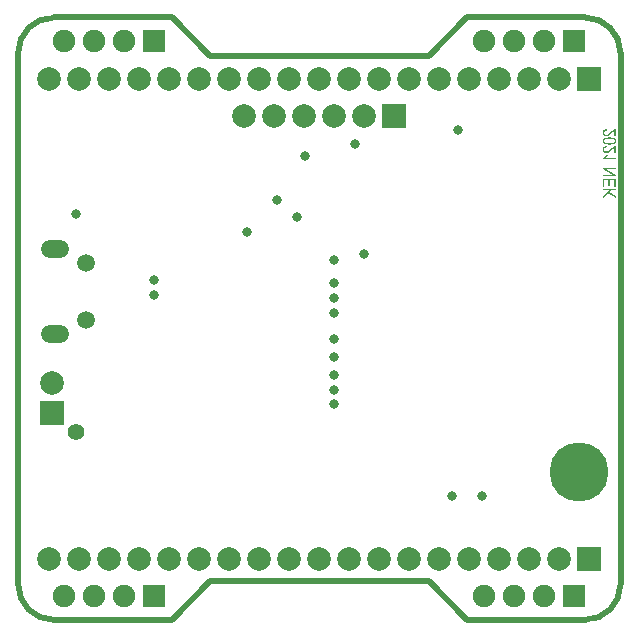
<source format=gbs>
G04 Layer_Color=16711935*
%FSLAX44Y44*%
%MOMM*%
G71*
G01*
G75*
%ADD32C,0.5000*%
%ADD72C,2.0032*%
%ADD73R,2.0032X2.0032*%
%ADD74C,1.4032*%
%ADD75C,5.0000*%
%ADD76R,1.9032X1.9032*%
%ADD77C,1.9032*%
%ADD78R,2.0032X2.0032*%
%ADD79C,1.5032*%
%ADD80O,2.4032X1.5032*%
%ADD81C,0.8032*%
G36*
X504819Y381028D02*
X495980D01*
X504819Y376206D01*
Y374938D01*
X493577D01*
Y376107D01*
X502449D01*
X493577Y380962D01*
Y382197D01*
X504819D01*
Y381028D01*
D02*
G37*
G36*
X497577Y392303D02*
X497462Y392105D01*
X497346Y391891D01*
X497231Y391710D01*
X497132Y391546D01*
X497050Y391430D01*
X496984Y391348D01*
X496968Y391315D01*
X496787Y391085D01*
X496606Y390871D01*
X496441Y390690D01*
X496310Y390542D01*
X496178Y390426D01*
X496096Y390328D01*
X496030Y390278D01*
X496013Y390262D01*
X504819D01*
Y389143D01*
X493528D01*
Y389883D01*
X493808Y389999D01*
X494071Y390163D01*
X494334Y390328D01*
X494565Y390492D01*
X494762Y390640D01*
X494911Y390772D01*
X495009Y390854D01*
X495026Y390871D01*
X495042Y390887D01*
X495322Y391167D01*
X495569Y391447D01*
X495799Y391710D01*
X495980Y391974D01*
X496129Y392188D01*
X496244Y392369D01*
X496293Y392434D01*
X496326Y392467D01*
X496343Y392500D01*
Y392517D01*
X497676D01*
X497577Y392303D01*
D02*
G37*
G36*
X504819Y363088D02*
X500935D01*
X499141Y361590D01*
X504819Y358298D01*
Y356685D01*
X498153Y360734D01*
X493577Y356866D01*
Y358496D01*
X499157Y363088D01*
X493577D01*
Y364306D01*
X504819D01*
Y363088D01*
D02*
G37*
G36*
Y365952D02*
X503486D01*
Y371614D01*
X499667D01*
Y366495D01*
X498334D01*
Y371614D01*
X494911D01*
Y366166D01*
X493577D01*
Y372831D01*
X504819D01*
Y365952D01*
D02*
G37*
G36*
Y408894D02*
X503486D01*
Y413420D01*
X503222Y413272D01*
X503091Y413190D01*
X502976Y413107D01*
X502877Y413041D01*
X502811Y412992D01*
X502762Y412959D01*
X502745Y412943D01*
X502663Y412877D01*
X502580Y412794D01*
X502366Y412613D01*
X502136Y412399D01*
X501889Y412186D01*
X501675Y411972D01*
X501494Y411807D01*
X501428Y411741D01*
X501379Y411692D01*
X501346Y411659D01*
X501330Y411642D01*
X501033Y411362D01*
X500737Y411083D01*
X500474Y410852D01*
X500227Y410638D01*
X499996Y410441D01*
X499782Y410260D01*
X499585Y410095D01*
X499404Y409963D01*
X499239Y409848D01*
X499108Y409749D01*
X498992Y409667D01*
X498894Y409601D01*
X498811Y409552D01*
X498762Y409519D01*
X498729Y409486D01*
X498713D01*
X498334Y409289D01*
X497972Y409157D01*
X497626Y409058D01*
X497314Y408976D01*
X497050Y408943D01*
X496935Y408927D01*
X496836D01*
X496754Y408910D01*
X496425D01*
X496211Y408943D01*
X495799Y409025D01*
X495437Y409141D01*
X495108Y409272D01*
X494845Y409420D01*
X494746Y409486D01*
X494647Y409536D01*
X494581Y409585D01*
X494532Y409618D01*
X494499Y409634D01*
X494483Y409651D01*
X494318Y409799D01*
X494170Y409947D01*
X494038Y410112D01*
X493923Y410293D01*
X493841Y410474D01*
X493758Y410638D01*
X493643Y410984D01*
X493577Y411297D01*
X493561Y411445D01*
X493544Y411560D01*
X493528Y411659D01*
Y411725D01*
Y411774D01*
Y411791D01*
X493544Y412021D01*
X493561Y412251D01*
X493660Y412663D01*
X493791Y413008D01*
X493939Y413321D01*
X494088Y413552D01*
X494153Y413650D01*
X494219Y413733D01*
X494269Y413798D01*
X494318Y413848D01*
X494334Y413864D01*
X494351Y413881D01*
X494515Y414012D01*
X494697Y414144D01*
X495075Y414358D01*
X495487Y414506D01*
X495882Y414621D01*
X496063Y414671D01*
X496227Y414704D01*
X496392Y414737D01*
X496524Y414753D01*
X496639Y414770D01*
X496721Y414786D01*
X496787D01*
X496935Y413617D01*
X496556Y413601D01*
X496211Y413535D01*
X495931Y413453D01*
X495684Y413354D01*
X495503Y413272D01*
X495371Y413190D01*
X495289Y413124D01*
X495256Y413107D01*
X495059Y412910D01*
X494911Y412696D01*
X494812Y412465D01*
X494729Y412268D01*
X494697Y412087D01*
X494680Y411939D01*
X494664Y411840D01*
Y411823D01*
Y411807D01*
X494680Y411544D01*
X494746Y411297D01*
X494828Y411083D01*
X494927Y410902D01*
X495042Y410754D01*
X495125Y410655D01*
X495190Y410573D01*
X495207Y410556D01*
X495421Y410391D01*
X495651Y410260D01*
X495882Y410177D01*
X496112Y410112D01*
X496310Y410079D01*
X496458Y410046D01*
X496606D01*
X496886Y410062D01*
X497182Y410128D01*
X497445Y410210D01*
X497692Y410293D01*
X497906Y410391D01*
X498071Y410474D01*
X498136Y410507D01*
X498186Y410540D01*
X498202Y410556D01*
X498219D01*
X498383Y410655D01*
X498564Y410787D01*
X498762Y410935D01*
X498960Y411083D01*
X499371Y411428D01*
X499766Y411791D01*
X499947Y411955D01*
X500128Y412120D01*
X500276Y412268D01*
X500408Y412383D01*
X500523Y412498D01*
X500605Y412580D01*
X500655Y412630D01*
X500671Y412646D01*
X500918Y412893D01*
X501165Y413124D01*
X501395Y413321D01*
X501609Y413519D01*
X501807Y413683D01*
X502004Y413848D01*
X502186Y413979D01*
X502350Y414095D01*
X502498Y414193D01*
X502630Y414292D01*
X502745Y414358D01*
X502844Y414424D01*
X502926Y414473D01*
X502976Y414490D01*
X503008Y414523D01*
X503025D01*
X503387Y414687D01*
X503716Y414819D01*
X504029Y414901D01*
X504292Y414951D01*
X504506Y414983D01*
X504671Y415000D01*
X504819D01*
Y408894D01*
D02*
G37*
G36*
X499848Y407692D02*
X500375Y407676D01*
X500852Y407626D01*
X501297Y407577D01*
X501708Y407511D01*
X502070Y407445D01*
X502399Y407379D01*
X502679Y407297D01*
X502926Y407215D01*
X503140Y407149D01*
X503321Y407083D01*
X503469Y407017D01*
X503585Y406968D01*
X503650Y406918D01*
X503700Y406902D01*
X503716Y406886D01*
X503947Y406721D01*
X504144Y406556D01*
X504309Y406375D01*
X504457Y406194D01*
X504589Y406013D01*
X504687Y405832D01*
X504770Y405651D01*
X504835Y405487D01*
X504934Y405174D01*
X504967Y405042D01*
X504983Y404927D01*
Y404845D01*
X505000Y404779D01*
Y404729D01*
Y404713D01*
X504983Y404450D01*
X504934Y404186D01*
X504868Y403956D01*
X504770Y403742D01*
X504671Y403544D01*
X504539Y403347D01*
X504408Y403182D01*
X504276Y403034D01*
X504144Y402902D01*
X504012Y402787D01*
X503881Y402688D01*
X503782Y402623D01*
X503683Y402557D01*
X503617Y402508D01*
X503568Y402491D01*
X503552Y402475D01*
X503255Y402343D01*
X502943Y402211D01*
X502613Y402113D01*
X502268Y402030D01*
X501560Y401882D01*
X501198Y401833D01*
X500869Y401800D01*
X500540Y401767D01*
X500243Y401734D01*
X499963Y401717D01*
X499733D01*
X499536Y401701D01*
X499272D01*
X498713Y401717D01*
X498186Y401734D01*
X497692Y401783D01*
X497248Y401849D01*
X496836Y401915D01*
X496458Y401997D01*
X496112Y402080D01*
X495816Y402162D01*
X495552Y402244D01*
X495339Y402326D01*
X495141Y402409D01*
X494993Y402475D01*
X494861Y402540D01*
X494779Y402590D01*
X494729Y402606D01*
X494713Y402623D01*
X494499Y402771D01*
X494318Y402935D01*
X494170Y403100D01*
X494022Y403265D01*
X493907Y403446D01*
X493824Y403610D01*
X493742Y403791D01*
X493676Y403956D01*
X493594Y404252D01*
X493561Y404384D01*
X493544Y404499D01*
X493528Y404581D01*
Y404647D01*
Y404697D01*
Y404713D01*
X493544Y404976D01*
X493594Y405240D01*
X493660Y405470D01*
X493758Y405684D01*
X493874Y405882D01*
X493989Y406079D01*
X494120Y406244D01*
X494252Y406392D01*
X494400Y406524D01*
X494532Y406639D01*
X494647Y406738D01*
X494762Y406803D01*
X494861Y406869D01*
X494927Y406918D01*
X494976Y406935D01*
X494993Y406951D01*
X495273Y407083D01*
X495585Y407198D01*
X495931Y407297D01*
X496277Y407396D01*
X496984Y407528D01*
X497330Y407577D01*
X497676Y407610D01*
X498005Y407643D01*
X498301Y407676D01*
X498564Y407692D01*
X498811D01*
X499009Y407709D01*
X499272D01*
X499848Y407692D01*
D02*
G37*
G36*
X504819Y394574D02*
X503486D01*
Y399100D01*
X503222Y398952D01*
X503091Y398870D01*
X502976Y398788D01*
X502877Y398722D01*
X502811Y398672D01*
X502762Y398640D01*
X502745Y398623D01*
X502663Y398557D01*
X502580Y398475D01*
X502366Y398294D01*
X502136Y398080D01*
X501889Y397866D01*
X501675Y397652D01*
X501494Y397487D01*
X501428Y397422D01*
X501379Y397372D01*
X501346Y397339D01*
X501330Y397323D01*
X501033Y397043D01*
X500737Y396763D01*
X500474Y396533D01*
X500227Y396319D01*
X499996Y396121D01*
X499782Y395940D01*
X499585Y395776D01*
X499404Y395644D01*
X499239Y395529D01*
X499108Y395430D01*
X498992Y395348D01*
X498894Y395282D01*
X498811Y395233D01*
X498762Y395200D01*
X498729Y395167D01*
X498713D01*
X498334Y394969D01*
X497972Y394837D01*
X497626Y394739D01*
X497314Y394656D01*
X497050Y394623D01*
X496935Y394607D01*
X496836D01*
X496754Y394591D01*
X496425D01*
X496211Y394623D01*
X495799Y394706D01*
X495437Y394821D01*
X495108Y394953D01*
X494845Y395101D01*
X494746Y395167D01*
X494647Y395216D01*
X494581Y395265D01*
X494532Y395298D01*
X494499Y395315D01*
X494483Y395331D01*
X494318Y395479D01*
X494170Y395628D01*
X494038Y395792D01*
X493923Y395973D01*
X493841Y396154D01*
X493758Y396319D01*
X493643Y396665D01*
X493577Y396977D01*
X493561Y397125D01*
X493544Y397240D01*
X493528Y397339D01*
Y397405D01*
Y397454D01*
Y397471D01*
X493544Y397701D01*
X493561Y397932D01*
X493660Y398343D01*
X493791Y398689D01*
X493939Y399002D01*
X494088Y399232D01*
X494153Y399331D01*
X494219Y399413D01*
X494269Y399479D01*
X494318Y399528D01*
X494334Y399545D01*
X494351Y399561D01*
X494515Y399693D01*
X494697Y399825D01*
X495075Y400039D01*
X495487Y400187D01*
X495882Y400302D01*
X496063Y400351D01*
X496227Y400384D01*
X496392Y400417D01*
X496524Y400434D01*
X496639Y400450D01*
X496721Y400466D01*
X496787D01*
X496935Y399298D01*
X496556Y399282D01*
X496211Y399216D01*
X495931Y399133D01*
X495684Y399035D01*
X495503Y398952D01*
X495371Y398870D01*
X495289Y398804D01*
X495256Y398788D01*
X495059Y398590D01*
X494911Y398376D01*
X494812Y398146D01*
X494729Y397948D01*
X494697Y397767D01*
X494680Y397619D01*
X494664Y397520D01*
Y397504D01*
Y397487D01*
X494680Y397224D01*
X494746Y396977D01*
X494828Y396763D01*
X494927Y396582D01*
X495042Y396434D01*
X495125Y396335D01*
X495190Y396253D01*
X495207Y396236D01*
X495421Y396072D01*
X495651Y395940D01*
X495882Y395858D01*
X496112Y395792D01*
X496310Y395759D01*
X496458Y395726D01*
X496606D01*
X496886Y395743D01*
X497182Y395809D01*
X497445Y395891D01*
X497692Y395973D01*
X497906Y396072D01*
X498071Y396154D01*
X498136Y396187D01*
X498186Y396220D01*
X498202Y396236D01*
X498219D01*
X498383Y396335D01*
X498564Y396467D01*
X498762Y396615D01*
X498960Y396763D01*
X499371Y397109D01*
X499766Y397471D01*
X499947Y397636D01*
X500128Y397800D01*
X500276Y397948D01*
X500408Y398064D01*
X500523Y398179D01*
X500605Y398261D01*
X500655Y398310D01*
X500671Y398327D01*
X500918Y398574D01*
X501165Y398804D01*
X501395Y399002D01*
X501609Y399199D01*
X501807Y399364D01*
X502004Y399528D01*
X502186Y399660D01*
X502350Y399775D01*
X502498Y399874D01*
X502630Y399973D01*
X502745Y400039D01*
X502844Y400104D01*
X502926Y400154D01*
X502976Y400170D01*
X503008Y400203D01*
X503025D01*
X503387Y400368D01*
X503716Y400499D01*
X504029Y400582D01*
X504292Y400631D01*
X504506Y400664D01*
X504671Y400681D01*
X504819D01*
Y394574D01*
D02*
G37*
%LPC*%
G36*
X499536Y406573D02*
X498778D01*
X498334Y406556D01*
X497923Y406524D01*
X497560Y406491D01*
X497215Y406458D01*
X496918Y406408D01*
X496655Y406359D01*
X496425Y406310D01*
X496227Y406277D01*
X496063Y406227D01*
X495914Y406178D01*
X495799Y406145D01*
X495717Y406112D01*
X495668Y406079D01*
X495635Y406063D01*
X495618D01*
X495454Y405964D01*
X495305Y405849D01*
X495174Y405750D01*
X495059Y405635D01*
X494976Y405519D01*
X494894Y405421D01*
X494779Y405207D01*
X494713Y405042D01*
X494680Y404894D01*
X494664Y404795D01*
Y404779D01*
Y404762D01*
X494680Y404598D01*
X494697Y404450D01*
X494746Y404318D01*
X494812Y404186D01*
X494960Y403956D01*
X495125Y403742D01*
X495305Y403594D01*
X495454Y403479D01*
X495519Y403429D01*
X495569Y403396D01*
X495585Y403380D01*
X495602D01*
X495799Y403281D01*
X496030Y403199D01*
X496277Y403133D01*
X496556Y403067D01*
X497165Y402968D01*
X497774Y402902D01*
X498071Y402886D01*
X498350Y402870D01*
X498614Y402853D01*
X498828Y402837D01*
X499766D01*
X500210Y402853D01*
X500622Y402886D01*
X500984Y402919D01*
X501330Y402968D01*
X501626Y403001D01*
X501889Y403051D01*
X502120Y403100D01*
X502317Y403166D01*
X502482Y403215D01*
X502630Y403248D01*
X502729Y403298D01*
X502827Y403330D01*
X502877Y403363D01*
X502910Y403380D01*
X502926D01*
X503091Y403479D01*
X503239Y403594D01*
X503354Y403693D01*
X503469Y403808D01*
X503552Y403907D01*
X503634Y404022D01*
X503749Y404219D01*
X503815Y404400D01*
X503848Y404548D01*
X503864Y404647D01*
Y404664D01*
Y404680D01*
X503848Y404828D01*
X503831Y404976D01*
X503716Y405240D01*
X503568Y405487D01*
X503404Y405684D01*
X503239Y405832D01*
X503091Y405947D01*
X502976Y406013D01*
X502959Y406046D01*
X502943D01*
X502745Y406145D01*
X502515Y406227D01*
X502251Y406293D01*
X501972Y406343D01*
X501362Y406441D01*
X500754Y406507D01*
X500457Y406524D01*
X500177Y406540D01*
X499931Y406556D01*
X499717D01*
X499536Y406573D01*
D02*
G37*
%LPD*%
D32*
X478600Y-700D02*
G03*
X508600Y29300I0J30000D01*
G01*
Y479300D02*
G03*
X478600Y509300I-30000J0D01*
G01*
X28600D02*
G03*
X-1400Y479300I0J-30000D01*
G01*
Y29300D02*
G03*
X28600Y-700I30000J0D01*
G01*
X128600Y509300D02*
X161100Y476800D01*
X28600Y509300D02*
X128600D01*
X161100Y476800D02*
X346100D01*
X378600Y509300D02*
X478600D01*
X346100Y476800D02*
X378600Y509300D01*
X346100Y31800D02*
X378600Y-700D01*
X478600D01*
X161100Y31800D02*
X346100D01*
X28600Y-700D02*
X128600D01*
X161100Y31800D01*
X-1400Y29300D02*
Y479300D01*
X508600Y29300D02*
Y479300D01*
D72*
X27500Y200000D02*
D03*
X190100Y425700D02*
D03*
X215500D02*
D03*
X240900D02*
D03*
X266300D02*
D03*
X291700D02*
D03*
X456800Y51100D02*
D03*
X431400D02*
D03*
X406000D02*
D03*
X380600D02*
D03*
X355200D02*
D03*
X329800D02*
D03*
X304400D02*
D03*
X279000D02*
D03*
X253600D02*
D03*
X228200D02*
D03*
X202800D02*
D03*
X177400D02*
D03*
X152000D02*
D03*
X126600D02*
D03*
X101200D02*
D03*
X75800D02*
D03*
X50400D02*
D03*
X25000D02*
D03*
X456800Y457500D02*
D03*
X431400D02*
D03*
X406000D02*
D03*
X380600D02*
D03*
X355200D02*
D03*
X329800D02*
D03*
X304400D02*
D03*
X279000D02*
D03*
X253600D02*
D03*
X228200D02*
D03*
X202800D02*
D03*
X177400D02*
D03*
X152000D02*
D03*
X126600D02*
D03*
X101200D02*
D03*
X75800D02*
D03*
X50400D02*
D03*
X25000D02*
D03*
D73*
X27500Y174600D02*
D03*
D74*
X47500Y158601D02*
D03*
D75*
X473600Y124300D02*
D03*
D76*
X113900Y489300D02*
D03*
X469500Y19300D02*
D03*
X113900D02*
D03*
X469500Y489300D02*
D03*
D77*
X88500D02*
D03*
X63100D02*
D03*
X37700D02*
D03*
X444100Y19300D02*
D03*
X418700D02*
D03*
X393300D02*
D03*
X88500D02*
D03*
X63100D02*
D03*
X37700D02*
D03*
X444100Y489300D02*
D03*
X418700D02*
D03*
X393300D02*
D03*
D78*
X317100Y425700D02*
D03*
X482200Y51100D02*
D03*
Y457500D02*
D03*
D79*
X56178Y253250D02*
D03*
Y301750D02*
D03*
D80*
X29477Y313500D02*
D03*
Y241500D02*
D03*
D81*
X217500Y355000D02*
D03*
X235000Y340000D02*
D03*
X192500Y327500D02*
D03*
X47500Y342500D02*
D03*
X266100Y304300D02*
D03*
X371100Y414300D02*
D03*
X283600Y401800D02*
D03*
X241100Y391800D02*
D03*
X291100Y309300D02*
D03*
X113600Y286800D02*
D03*
X266100Y259300D02*
D03*
Y271800D02*
D03*
Y284300D02*
D03*
X113600Y274300D02*
D03*
X266100Y206800D02*
D03*
Y221800D02*
D03*
Y236800D02*
D03*
Y181800D02*
D03*
Y194300D02*
D03*
X391100Y104300D02*
D03*
X366100D02*
D03*
M02*

</source>
